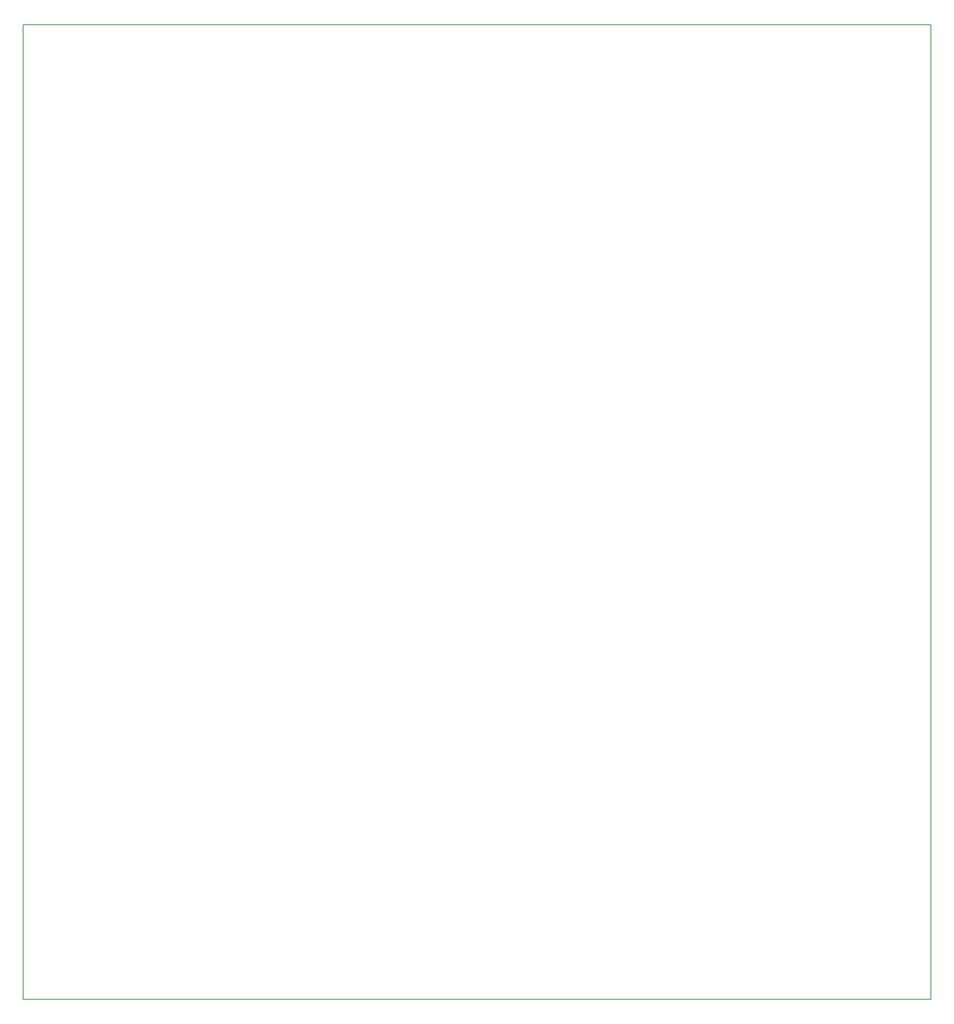
<source format=gbr>
G04 #@! TF.FileFunction,Profile,NP*
%FSLAX46Y46*%
G04 Gerber Fmt 4.6, Leading zero omitted, Abs format (unit mm)*
G04 Created by KiCad (PCBNEW 4.0.2-stable) date 4/20/2016 1:41:14 PM*
%MOMM*%
G01*
G04 APERTURE LIST*
%ADD10C,0.100000*%
%ADD11C,0.150000*%
G04 APERTURE END LIST*
D10*
D11*
X56896000Y-243840000D02*
X56896000Y-142240000D01*
X246380000Y-243840000D02*
X56896000Y-243840000D01*
X246380000Y-142240000D02*
X246380000Y-243840000D01*
X56896000Y-142240000D02*
X56896000Y-40640000D01*
X246380000Y-40640000D02*
X246380000Y-142240000D01*
X56896000Y-40640000D02*
X246380000Y-40640000D01*
M02*

</source>
